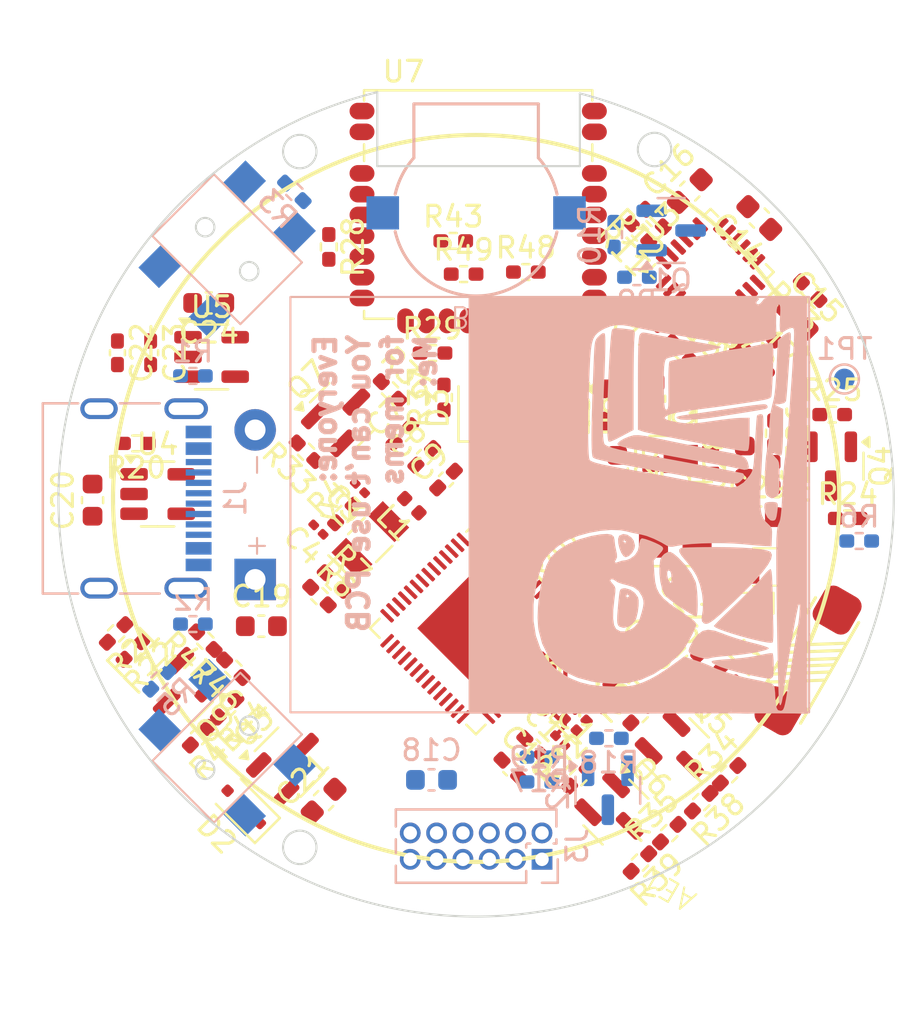
<source format=kicad_pcb>
(kicad_pcb (version 20240108) (generator "pcbnew") (generator_version "8.0")
  (layers (0 "F.Cu" signal) (31 "B.Cu" signal) (34 "B.Paste" user) (35 "F.Paste" user) (36 "B.SilkS" user "B.Silkscreen") (37 "F.SilkS" user "F.Silkscreen") (38 "B.Mask" user) (39 "F.Mask" user) (44 "Edge.Cuts" user))
  (net 0 "")
  (net 1 "GND")
  (net 2 "/Display/TFT_SDI")
  (net 3 "/Display/TFT_SCK")
  (net 4 "/Display/TFT_CS")
  (net 5 "/Display/TFT_LEDK")
  (net 6 "/Display/TFT_D{slash}C")
  (net 7 "/Display/TFT_RST")
  (net 8 "/ESP32/XTAL_P")
  (net 9 "Net-(Q1-G)")
  (net 10 "/Battery&BMS/VBAT")
  (net 11 "VBUS")
  (net 12 "+1V8")
  (net 13 "/RYS8830/RXD")
  (net 14 "/RYS8830/TXD")
  (net 15 "/ESP32/D-")
  (net 16 "+3V3")
  (net 17 "/ESP32/D+")
  (net 18 "+3.3V")
  (net 19 "/ESP32/XTAL_N")
  (net 20 "/ESP32/XTAL_32K_P")
  (net 21 "/ESP32/XTAL_32K_N")
  (net 22 "3V3")
  (net 23 "VDD3P3_RTC")
  (net 24 "Net-(C12-Pad2)")
  (net 25 "Net-(U1-LNA_IN)")
  (net 26 "+VBAT")
  (net 27 "Net-(U7-LDO1_OUT)")
  (net 28 "Net-(U7-LDO2_OUT)")
  (net 29 "Net-(U7-LDO_IN)")
  (net 30 "Net-(D1-DIN)")
  (net 32 "Net-(Q2-G)")
  (net 33 "/Battery&BMS/BAT_SENSE_EN")
  (net 34 "Net-(Q6-D)")
  (net 35 "Net-(J1-CC1)")
  (net 36 "Net-(J1-CC2)")
  (net 37 "/ESP32/IO0")
  (net 38 "/ESP32/IO1")
  (net 39 "/ESP32/USB_D+")
  (net 40 "/ESP32/USB_D-")
  (net 41 "D3")
  (net 42 "Net-(U3-AUX_DA)")
  (net 43 "Net-(U3-AUX_CL)")
  (net 44 "/Display/TFT_LED_PIN")
  (net 45 "/Battery&BMS/CHG_ST")
  (net 46 "Net-(U7-P06{slash}BOOT_REC)")
  (net 47 "Net-(U7-RTC_CLK_IN)")
  (net 48 "/ESP32/U1TXD")
  (net 49 "/ESP32/U1RXD")
  (net 51 "/ESP32/GPS_EN")
  (net 52 "/ESP32/GPS_RST")
  (net 56 "/ESP32/GPS_PSS")
  (net 58 "/ESP32/BUZZER_EN")
  (net 59 "/ESP32/LED1")
  (net 60 "Net-(U3-AD0)")
  (net 63 "/Display/TFT_LEDA")
  (net 64 "Net-(BZ1--)")
  (net 66 "/ESP32/BAT_VSENSE")
  (net 67 "Net-(U3-REGOUT)")
  (net 72 "Net-(U3-FSYNC)")
  (net 75 "Net-(U3-CLKIN)")
  (net 77 "/ACCELEROMETER/MPU_SDA")
  (net 79 "Net-(U3-CPOUT)")
  (net 84 "/ACCELEROMETER/MPU_INT")
  (net 87 "/RYS8830/GNSS_+1.8V")
  (net 88 "/ACCELEROMETER/MPU_SCL")
  (net 94 "/RYS8830/PPS")
  (net 98 "Net-(U1-CHIP_PU)")
  (net 110 "Net-(AE1-FEED)")
  (net 111 "Net-(U4-STAT)")
  (net 112 "Net-(U4-PROG)")
  (net 113 "Net-(Q7-S)")
  (net 114 "Net-(Q9-G)")
  (net 115 "Net-(Q9-D)")
  (net 116 "Net-(Q5-D)")
  (net 118 "Net-(IC1-VFB)")
  (net 119 "Net-(IC1-SW)")
  (net 120 "Net-(IC1-RUN)")
  (net 121 "Net-(U5-CE)")
  (net 122 "Net-(C28-Pad1)")
  (net 123 "Net-(U8-VI)")
  (footprint "Package_DFN_QFN:QFN-56-1EP_7x7mm_P0.4mm_EP4x4mm" (layer "F.Cu") (at 149.990452 111.25 -135)
    (property "Reference" "U1")
    (property "Value" "ESP32-S3")
  )
  (footprint "Capacitor_SMD:C_0603_1608Metric" (layer "F.Cu") (at 163.65 91.5 135)
    (property "Reference" "C14")
    (property "Value" "10nF")
  )
  (footprint "Sensor_Motion:InvenSense_QFN-24_4x4mm_P0.5mm" (layer "F.Cu") (at 161.3 94.1 45)
    (property "Reference" "U3")
    (property "Value" "MPU-6050")
  )
  (footprint "Resistor_SMD:R_0402_1005Metric_Pad0.72x0.64mm_HandSolder" (layer "F.Cu") (at 159.9 97.9 -45)
    (property "Reference" "R15")
    (property "Value" "4.7K")
  )
  (footprint "Resistor_SMD:R_0402_1005Metric_Pad0.72x0.64mm_HandSolder" (layer "F.Cu") (at 163.95 96.95 135)
    (property "Reference" "R42")
    (property "Value" "0")
  )
  (footprint "Capacitor_SMD:C_0402_1005Metric_Pad0.74x0.62mm_HandSolder" (layer "F.Cu") (at 159.25 110.75 -45)
    (property "Reference" "C12")
    (property "Value" "C_Small")
  )
  (footprint "Resistor_SMD:R_0402_1005Metric_Pad0.72x0.64mm_HandSolder" (layer "F.Cu") (at 142.45 109.7 -45)
    (property "Reference" "R8")
    (property "Value" "22")
  )
  (footprint "Diode_SMD:D_SOD-323F" (layer "F.Cu") (at 150 100.65 90)
    (property "Reference" "D3")
    (property "Value" "ZLLS410TA")
  )
  (footprint "Capacitor_SMD:C_0201_0603Metric" (layer "F.Cu") (at 142.4 106.5 135)
    (property "Reference" "C4")
    (property "Value" "C_Small")
  )
  (footprint "Capacitor_SMD:C_0603_1608Metric" (layer "F.Cu") (at 137.1125 95.587501 180)
    (property "Reference" "C24")
    (property "Value" "10uF")
  )
  (footprint "Capacitor_SMD:C_0402_1005Metric_Pad0.74x0.62mm_HandSolder" (layer "F.Cu") (at 147.5 103 45)
    (property "Reference" "C8")
    (property "Value" "1uF")
  )
  (footprint "Resistor_SMD:R_0402_1005Metric_Pad0.72x0.64mm_HandSolder" (layer "F.Cu") (at 158.6 91.5 135)
    (property "Reference" "R12")
    (property "Value" "4.7K")
  )
  (footprint "Package_TO_SOT_SMD:SOT-23" (layer "F.Cu") (at 156.73821 120.099227 -45)
    (property "Reference" "Q6")
    (property "Value" "BSS138")
  )
  (footprint "Resistor_SMD:R_0402_1005Metric_Pad0.72x0.64mm_HandSolder" (layer "F.Cu") (at 151.6 98.4 90)
    (property "Reference" "R30")
    (property "Value" "0")
  )
  (footprint "Package_TO_SOT_SMD:SOT-23" (layer "F.Cu") (at 143.561871 101.011871 45)
    (property "Reference" "Q7")
    (property "Value" "BSS138")
  )
  (footprint "Package_TO_SOT_SMD:SOT-23-5" (layer "F.Cu") (at 137.25 98.187502)
    (property "Reference" "U5")
    (property "Value" "ME6217C33M5G")
  )
  (footprint "Resistor_SMD:R_0402_1005Metric_Pad0.72x0.64mm_HandSolder" (layer "F.Cu") (at 141.801247 102.751247 135)
    (property "Reference" "R33")
    (property "Value" "10K")
  )
  (footprint "Resistor_SMD:R_0402_1005Metric_Pad0.72x0.64mm_HandSolder" (layer "F.Cu") (at 151.6 100.7 90)
    (property "Reference" "R41")
    (property "Value" "0")
  )
  (footprint "Capacitor_SMD:C_0402_1005Metric_Pad0.74x0.62mm_HandSolder" (layer "F.Cu") (at 160.333363 112.914734 45)
    (property "Reference" "C13")
    (property "Value" "C_Small")
  )
  (footprint "Inductor_SMD:L_0402_1005Metric" (layer "F.Cu") (at 146.9 105.35 135)
    (property "Reference" "L1")
    (property "Value" "L_Small")
  )
  (footprint "Crystal:Crystal_SMD_1210-4Pin_1.2x1.0mm" (layer "F.Cu") (at 154.8 115.65 45)
    (property "Reference" "Y1")
    (property "Value" "40MHz")
  )
  (footprint "Resistor_SMD:R_0402_1005Metric_Pad0.72x0.64mm_HandSolder" (layer "F.Cu") (at 158.3 96.2 135)
    (property "Reference" "R14")
    (property "Value" "0")
  )
  (footprint "Capacitor_SMD:C_0603_1608Metric" (layer "F.Cu") (at 153.6 98.2)
    (property "Reference" "C31")
    (property "Value" "4.7uF")
  )
  (footprint "Capacitor_SMD:C_0402_1005Metric_Pad0.74x0.62mm_HandSolder" (layer "F.Cu") (at 151.65 118 -45)
    (property "Reference" "C10")
    (property "Value" "0.1uF")
  )
  (footprint "Capacitor_SMD:C_0201_0603Metric" (layer "F.Cu") (at 144.4 104.5 135)
    (property "Reference" "C3")
    (property "Value" "C_Small")
  )
  (footprint "Capacitor_SMD:C_0603_1608Metric" (layer "F.Cu") (at 158.6 100.2 -90)
    (property "Reference" "C26")
    (property "Value" "4.7uF")
  )
  (footprint "Resistor_SMD:R_0402_1005Metric_Pad0.72x0.64mm_HandSolder" (layer "F.Cu") (at 143.15 109 -45)
    (property "Reference" "R7")
    (property "Value" "22")
  )
  (footprint "Inductor_SMD:L_0402_1005Metric" (layer "F.Cu") (at 162.15 113.5 -45)
    (property "Reference" "L2")
    (property "Value" "L")
  )
  (footprint "Capacitor_SMD:C_0603_1608Metric" (layer "F.Cu") (at 162.95 103.25 90)
    (property "Reference" "C28")
    (property "Value" "220pF")
  )
  (footprint "Capacitor_SMD:C_0402_1005Metric_Pad0.74x0.62mm_HandSolder" (layer "F.Cu") (at 156.1 113.6 -45)
    (property "Reference" "C6")
    (property "Value" "10nF")
  )
  (footprint "Resistor_SMD:R_0402_1005Metric_Pad0.72x0.64mm_HandSolder" (layer "F.Cu") (at 147.9 98)
    (property "Reference" "R29")
    (property "Value" "0")
  )
  (footprint "Capacitor_SMD:C_0603_1608Metric" (layer "F.Cu") (at 154 104.05)
    (property "Reference" "C27")
    (property "Value" "4.7uF")
  )
  (footprint "Resistor_SMD:R_0402_1005Metric_Pad0.72x0.64mm_HandSolder" (layer "F.Cu") (at 132.65 111.5 -135)
    (property "Reference" "R21")
    (property "Value" "220")
  )
  (footprint "Resistor_SMD:R_0402_1005Metric_Pad0.72x0.64mm_HandSolder" (layer "F.Cu") (at 157.9 92.2 135)
    (property "Reference" "R11")
    (property "Value" "4.7K")
  )
  (footprint "Package_TO_SOT_SMD:SOT-23" (layer "F.Cu") (at 159.65 117.15 -45)
    (property "Reference" "Q5")
    (property "Value" "BSS138")
  )
  (footprint "Resistor_SMD:R_0402_1005Metric_Pad0.72x0.64mm_HandSolder" (layer "F.Cu") (at 154.926249 118.428687 45)
    (property "Reference" "R32")
    (property "Value" "10K")
  )
  (footprint "Package_TO_SOT_SMD:SOT-23" (layer "F.Cu") (at 135.75 114.15 -135)
    (property "Reference" "Q9")
    (property "Value" "DMG6968U")
  )
  (footprint "Capacitor_SMD:C_0603_1608Metric" (layer "F.Cu") (at 156.8 103.7 -90)
    (property "Reference" "C25")
    (property "Value" "4.7uF")
  )
  (footprint "Package_TO_SOT_SMD:SOT-23-3" (layer "F.Cu") (at 153.849999 101.0375 -90)
    (property "Reference" "U8")
    (property "Value" "S-1206B18-M3T1G")
  )
  (footprint "Project:RYS8830" (layer "F.Cu") (at 150 92.35)
    (property "Reference" "U7")
    (property "Value" "RYS8830")
  )
  (footprint "Resistor_SMD:R_0402_1005Metric_Pad0.72x0.64mm_HandSolder" (layer "F.Cu") (at 160.852083 119.624875 -135)
    (property "Reference" "R38")
    (property "Value" "0")
  )
  (footprint "Resistor_SMD:R_0402_1005Metric_Pad0.72x0.64mm_HandSolder" (layer "F.Cu") (at 138.3 113.2 135)
    (property "Reference" "R46")
    (property "Value" "100")
  )
  (footprint "Package_TO_SOT_SMD:SOT-23-5" (layer "F.Cu") (at 134.65 104.7875)
    (property "Reference" "U4")
    (property "Value" "MCP73832-2-OT")
  )
  (footprint "Resistor_SMD:R_0402_1005Metric_Pad0.72x0.64mm_HandSolder" (layer "F.Cu") (at 143.65 105.75 45)
    (property "Reference" "R4")
    (property "Value" "5M")
  )
  (footprint "Capacitor_SMD:C_0402_1005Metric_Pad0.74x0.62mm_HandSolder" (layer "F.Cu") (at 134.3125 97.987502 -90)
    (property "Reference" "C23")
    (property "Value" "0.1uF")
  )
  (footprint "Resistor_SMD:R_0402_1005Metric_Pad0.72x0.64mm_HandSolder" (layer "F.Cu") (at 161.9 99.1 -45)
    (property "Reference" "R16")
    (property "Value" "4.7K")
  )
  (footprint "Resistor_SMD:R_0402_1005Metric_Pad0.72x0.64mm_HandSolder" (layer "F.Cu") (at 153.75 114.65 45)
    (property "Reference" "R23")
    (property "Value" "5M")
  )
  (footprint "Capacitor_SMD:C_0201_0603Metric" (layer "F.Cu") (at 154.05 116.65 -45)
    (property "Reference" "C1")
    (property "Value" "14pF")
  )
  (footprint "Resistor_SMD:R_0402_1005Metric_Pad0.72x0.64mm_HandSolder" (layer "F.Cu") (at 136.95 111.85 135)
    (property "Reference" "R47")
    (property "Value" "10K")
  )
  (footprint "Project:XL-0807RGBC-WS2812B" (layer "F.Cu") (at 164.1 108.3 180)
    (property "Reference" "D1")
    (property "Value" "WS2812B")
  )
  (footprint "Resistor_SMD:R_0402_1005Metric_Pad0.72x0.64mm_HandSolder" (layer "F.Cu") (at 159.310311 121.115695 45)
    (property "Reference" "R35")
    (property "Value" "K10K")
  )
  (footprint "Inductor_SMD:L_Cenker_CKCS3012" (layer "F.Cu") (at 159.6 106.5)
    (property "Reference" "L3")
    (property "Value" "L")
  )
  (footprint "Resistor_SMD:R_0402_1005Metric_Pad0.72x0.64mm_HandSolder" (layer "F.Cu") (at 162.195584 118.281371 45)
    (property "Reference" "R34")
    (property "Value" "K10K")
  )
  (footprint "Capacitor_SMD:C_0402_1005Metric_Pad0.74x0.62mm_HandSolder" (layer "F.Cu") (at 132.7125 97.987499 -90)
    (property "Reference" "C22")
    (property "Value" "10uF")
  )
  (footprint "Resistor_SMD:R_0402_1005Metric_Pad0.72x0.64mm_HandSolder" (layer "F.Cu") (at 167.1625 100.962499)
    (property "Reference" "R25")
    (property "Value" "10K")
  )
  (footprint "Resistor_SMD:R_0402_1005Metric_Pad0.72x0.64mm_HandSolder" (layer "F.Cu") (at 149.3975 94.2)
    (property "Reference" "R49")
    (property "Value" "0")
  )
  (footprint "Resistor_SMD:R_0402_1005Metric_Pad0.72x0.64mm_HandSolder" (layer "F.Cu") (at 148.8975 92.6)
    (property "Reference" "R43")
    (property "Value" "0")
  )
  (footprint "Capacitor_SMD:C_0603_1608Metric" (layer "F.Cu") (at 163.6 105.9)
    (property "Reference" "C29")
    (property "Value" "4.7uF")
  )
  (footprint "Project:ANT" (layer "F.Cu") (at 166 112.8 150)
    (property "Reference" "AE1")
    (property "Value" "Antenna_Chip")
  )
  (footprint "Capacitor_SMD:C_0603_1608Metric" (layer "F.Cu") (at 165.4 96.3 -45)
    (property "Reference" "C15")
    (property "Value" "0.1uF")
  )
  (footprint "Diode_SMD:D_SOD-323F" (layer "F.Cu") (at 138.8 119.85 135)
    (property "Reference" "D2")
    (property "Value" "ZLLS410TA")
  )
  (footprint "Resistor_SMD:R_0402_1005Metric_Pad0.72x0.64mm_HandSolder" (layer "F.Cu") (at 167.9125 105.9625)
    (property "Reference" "R24")
    (property "Value" "K10K")
  )
  (footprint "Capacitor_SMD:C_0402_1005Metric_Pad0.74x0.62mm_HandSolder" (layer "F.Cu") (at 152.75 116.95 -45)
    (property "Reference" "C11")
    (property "Value" "0.1uF")
  )
  (footprint "Capacitor_SMD:C_0603_1608Metric" (layer "F.Cu") (at 139.65 111.15)
    (property "Reference" "C19")
    (property "Value" "1uF")
  )
  (footprint "Capacitor_SMD:C_0603_1608Metric" (layer "F.Cu") (at 156.4 100.5 90)
    (property "Reference" "C30")
    (property "Value" "4.7uF")
  )
  (footprint "Package_DFN_QFN:DFN-6-1EP_3x2mm_P0.5mm_EP1.65x1.35mm" (layer "F.Cu") (at 159.8625 103.1)
    (property "Reference" "IC1")
    (property "Value" "LTC3549EDCB#TRMPBF")
  )
  (footprint "Resistor_SMD:R_0402_1005Metric_Pad0.72x0.64mm_HandSolder" (layer "F.Cu") (at 133.456102 112.320244 -135)
    (property "Reference" "R22")
    (property "Value" "220")
  )
  (footprint "Resistor_SMD:R_0402_1005Metric_Pad0.72x0.64mm_HandSolder" (layer "F.Cu") (at 142.9 92.890001 -90)
    (property "Reference" "R28")
    (property "Value" "0")
  )
  (footprint "Capacitor_SMD:C_0402_1005Metric_Pad0.74x0.62mm_HandSolder" (layer "F.Cu") (at 148.55 104.090452 45)
    (property "Reference" "C9")
    (property "Value" "0.1uF")
  )
  (footprint "Package_TO_SOT_SMD:SOT-23" (layer "F.Cu") (at 167.1125 103.45 -90)
    (property "Reference" "Q4")
    (property "Value" "BSS138")
  )
  (footprint "Capacitor_SMD:C_0603_1608Metric" (layer "F.Cu") (at 163.3 98.4 -45)
    (property "Reference" "C17")
    (property "Value" "0.1uF")
  )
  (footprint "Resistor_SMD:R_0402_1005Metric_Pad0.72x0.64mm_HandSolder" (layer "F.Cu") (at 166.1 95 135)
    (property "Reference" "R13")
    (property "Value" "0")
  )
  (footprint "Capacitor_SMD:C_0603_1608Metric" (layer "F.Cu") (at 131.5125 105.082333 90)
    (property "Reference" "C20")
    (property "Value" "4.7uF")
  )
  (footprint "Resistor_SMD:R_0402_1005Metric_Pad0.72x0.64mm_HandSolder" (layer "F.Cu") (at 152.3975 94.1)
    (property "Reference" "R48")
    (property "Value" "0")
  )
  (footprint "Resistor_SMD:R_0402_1005Metric_Pad0.72x0.64mm_HandSolder" (layer "F.Cu") (at 157.896098 122.529907 -135)
    (property "Reference" "R39")
    (property "Value" "0")
  )
  (footprint "Resistor_SMD:R_0402_1005Metric_Pad0.72x0.64mm_HandSolder" (layer "F.Cu") (at 148.45 100.140001 90)
    (property "Reference" "R37")
    (property "Value" "10K")
  )
  (footprint "Capacitor_SMD:C_0402_1005Metric_Pad0.74x0.62mm_HandSolder" (layer "F.Cu") (at 157.15 112.5 -45)
    (property "Reference" "C5")
    (property "Value" "1uF")
  )
  (footprint "Resistor_SMD:R_0402_1005Metric_Pad0.72x0.64mm_HandSolder" (layer "F.Cu") (at 154.55 108.6 45)
    (property "Reference" "R40")
    (property "Value" "1K")
  )
  (footprint "Resistor_SMD:R_0402_1005Metric_Pad0.72x0.64mm_HandSolder" (layer "F.Cu") (at 136.65 116.45 -135)
    (property "Reference" "R45")
    (property "Value" "10K")
  )
  (footprint "Resistor_SMD:R_0402_1005Metric_Pad0.72x0.64mm_HandSolder" (layer "F.Cu") (at 145.85 99.8 -45)
    (property "Reference" "R36")
    (property "Value" "K10K")
  )
  (footprint "Resistor_SMD:R_0402_1005Metric_Pad0.72x0.64mm_HandSolder" (layer "F.Cu") (at 157.882233 115.382233 45)
    (property "Reference" "R31")
    (property "Value" "10K")
  )
  (footprint "Resistor_SMD:R_0402_1005Metric_Pad0.72x0.64mm_HandSolder" (layer "F.Cu") (at 164.35 103.859999 -90)
    (property "Reference" "R27")
    (property "Value" "51K")
  )
  (footprint "Package_TO_SOT_SMD:SOT-23-3" (layer "F.Cu") (at 141 117.7 45)
    (property "Reference" "Q3")
    (property "Value" "DMP1045U-7")
  )
  (footprint "Resistor_SMD:R_0402_1005Metric_Pad0.72x0.64mm_HandSolder" (layer "F.Cu") (at 164.35 101.86 -90)
    (property "Reference" "R26")
    (property "Value" "100K")
  )
  (footprint "Resistor_SMD:R_0402_1005Metric_Pad0.72x0.64mm_HandSolder" (layer "F.Cu") (at 138 115.1 -135)
    (property "Reference" "R44")
    (property "Value" "10K")
  )
  (footprint "Capacitor_SMD:C_0603_1608Metric" (layer "F.Cu") (at 160.3 90.2 45)
    (property "Reference" "C16")
    (property "Value" "2.2nF")
  )
  (footprint "Resistor_SMD:R_0402_1005Metric_Pad0.72x0.64mm_HandSolder" (layer "F.Cu") (at 133.6 102.35 180)
    (property "Reference" "R20")
    (property "Value" "22K")
  )
  (footprint "Capacitor_SMD:C_0402_1005Metric_Pad0.74x0.62mm_HandSolder" (layer "F.Cu") (at 146.45 101.9 45)
    (property "Reference" "C7")
    (property "Value" "10uF")
  )
  (footprint "Crystal:Crystal_SMD_EuroQuartz_EQ161-2Pin_3.2x1.5mm" (layer "F.Cu") (at 144.9 107 45)
    (property "Reference" "Y2")
    (property "Value" "32.768KHz")
  )
  (footprint "Capacitor_SMD:C_0201_0603Metric" (layer "F.Cu") (at 155.8 114.9 -45)
    (property "Reference" "C2")
    (property "Value" "14pF")
  )
  (footprint "Capacitor_SMD:C_0603_1608Metric" (layer "F.Cu") (at 142.65 119.55 45)
    (property "Reference" "C21")
    (property "Value" "4.7uF")
  )
  (footprint "Resistor_SMD:R_0402_1005Metric_Pad0.72x0.64mm_HandSolder" (layer "B.Cu") (at 157.75 94.35)
    (property "Reference" "R9")
    (property "Value" "100")
  )
  (footprint "Package_TO_SOT_SMD:SOT-23" (layer "B.Cu") (at 156.35 119.05 -90)
    (property "Reference" "Q2")
    (property "Value" "DMG6968U")
  )
  (footprint "Resistor_SMD:R_0402_1005Metric_Pad0.72x0.64mm_HandSolder" (layer "B.Cu") (at 153.05 117.45)
    (property "Reference" "R17")
    (property "Value" "10K")
  )
  (footprint "Resistor_SMD:R_0402_1005Metric_Pad0.72x0.64mm_HandSolder" (layer "B.Cu") (at 136.35 111.05 180)
    (property "Reference" "R2")
    (property "Value" "5K1")
  )
  (footprint "Resistor_SMD:R_0402_1005Metric_Pad0.72x0.64mm_HandSolder" (layer "B.Cu") (at 141.239376 90.239376 -45)
    (property "Reference" "R3")
    (property "Value" "10K")
  )
  (footprint "Resistor_SMD:R_0402_1005Metric_Pad0.72x0.64mm_HandSolder" (layer "B.Cu") (at 168.464645 107.05 180)
    (property "Reference" "R6")
    (property "Value" "1K")
  )
  (footprint "Project:CL9032A-CLDZ-SMD Passive Buzzer" (layer "B.Cu") (at 150 91.25)
    (property "Reference" "BZ1")
    (property "Value" "Buzzer")
  )
  (footprint "Connector_USB:USB_C_Receptacle_G-Switch_GT-USB-7010ASV" (layer "B.Cu") (at 132.9 105 90)
    (property "Reference" "J1")
    (property "Value" "USB_C_Receptacle_USB2.0")
  )
  (footprint "TestPoint:TestPoint_Pad_D1.0mm" (layer "B.Cu") (at 167.75 99.25 180)
    (property "Reference" "TP1")
    (property "Value" "TestPoint")
  )
  (footprint "Resistor_SMD:R_0402_1005Metric_Pad0.72x0.64mm_HandSolder" (layer "B.Cu") (at 153.05 118.65 180)
    (property "Reference" "R19")
    (property "Value" "22")
  )
  (footprint "Capacitor_SMD:C_0603_1608Metric" (layer "B.Cu") (at 147.85 118.55 180)
    (property "Reference" "C18")
    (property "Value" "0.1u")
  )
  (footprint "Package_TO_SOT_SMD:SOT-23" (layer "B.Cu") (at 159.4 92.1)
    (property "Reference" "Q1")
    (property "Value" "DMG6968U")
  )
  (footprint "Resistor_SMD:R_0402_1005Metric_Pad0.72x0.64mm_HandSolder" (layer "B.Cu") (at 136.35 99.1 180)
    (property "Reference" "R1")
    (property "Value" "5K1")
  )
  (footprint "Project:meme_2" (layer "B.Cu") (at 157.8 105.3 -90)
    (property "Reference" "meme_2" (hide yes))
    (property "Value" "LOGO" (hide yes))
  )
  (footprint "Project:Tact Switch-TK-074-4 Pin SMD" (layer "B.Cu") (at 138 93 -45)
    (property "Reference" "SW1" (hide yes))
    (property "Value" "TK-074-4")
    (fp_circle (center -1.5 0) (end -1.052786 0) (stroke (width 0.1)) (fill none) (layer "Edge.Cuts"))
    (fp_circle (center 1.5 0) (end 1.947214 0) (stroke (width 0.1)) (fill none) (layer "Edge.Cuts"))
  )
  (footprint "Resistor_SMD:R_0402_1005Metric_Pad0.72x0.64mm_HandSolder" (layer "B.Cu") (at 156.65 92.3 -90)
    (property "Reference" "R10")
    (property "Value" "47K")
  )
  (footprint "Resistor_SMD:R_0402_1005Metric_Pad0.72x0.64mm_HandSolder" (layer "B.Cu") (at 134.739376 113.760624 45)
    (property "Reference" "R5")
    (property "Value" "10K")
  )
  (footprint "Connector_PinHeader_1.27mm:PinHeader_2x06_P1.27mm_Vertical" (layer "B.Cu") (at 153.175 122.375 90)
    (property "Reference" "J3")
    (property "Value" "Conn_02x06_Odd_Even")
  )
  (footprint "Project:Tact Switch-TK-074-4 Pin SMD" (layer "B.Cu") (at 138 117 45)
    (property "Reference" "SW2" (hide yes))
    (property "Value" "TK-074-4")
    (fp_circle (center -1.5 0) (end -1.052786 0) (stroke (width 0.1)) (fill none) (layer "Edge.Cuts"))
    (fp_circle (center 1.5 0) (end 1.947214 0) (stroke (width 0.1)) (fill none) (layer "Edge.Cuts"))
  )
  (footprint "Resistor_SMD:R_0402_1005Metric_Pad0.72x0.64mm_HandSolder" (layer "B.Cu") (at 156.4 116.55)
    (property "Reference" "R18")
    (property "Value" "1M")
  )
  (footprint "Project:WLY902025" (layer "B.Cu") (at 141.15 105.1 -90)
    (property "Reference" "BT1")
    (property "Value" "Battery_Cell")
  )
  (gr_circle (center 150 105) (end 167.5 105) (stroke (width 0.2)) (fill none) (layer "F.SilkS"))
  (gr_line (start 145.23565 89) (end 155 89) (stroke (width 0.1)) (layer "Edge.Cuts"))
  (gr_line (start 155 89) (end 155 85.5) (stroke (width 0.1)) (layer "Edge.Cuts"))
  (gr_circle (center 158.6 88.2) (end 159.4 88.3) (stroke (width 0.1)) (fill none) (layer "Edge.Cuts"))
  (gr_line (start 145.23565 85.44109) (end 145.23565 89) (stroke (width 0.1)) (layer "Edge.Cuts"))
  (gr_circle (center 141.5 88.3) (end 142.3 88.4) (stroke (width 0.1)) (fill none) (layer "Edge.Cuts"))
  (gr_arc (start 155 85.5) (mid 149.878549 125.130456) (end 145.23565 85.44109) (stroke (width 0.1)) (layer "Edge.Cuts"))
  (gr_circle (center 141.5 121.8) (end 142.3 121.9) (stroke (width 0.1)) (fill none) (layer "Edge.Cuts"))
  (gr_text "Everyone: \nYou can't use PCB \nfor mems\nMe:" (at 148.15 97 90) (layer "B.SilkS") (effects (font (size 1 1) (thickness 0.25) (bold yes)) (justify left bottom mirror)))
  (segment (start 154.301543 114.098457) (end 154.110624 114.289376) (width 0.2) (layer "F.Cu") (net 8))
  (segment (start 155.124247 115.123205) (end 155.573726 114.673726) (width 0.2) (layer "F.Cu") (net 8))
  (segment (start 154.746967 114.925719) (end 154.110624 114.289376) (width 0.2) (layer "F.Cu") (net 8))
  (segment (start 154.746967 115.123205) (end 155.124247 115.123205) (width 0.2) (layer "F.Cu") (net 8))
  (segment (start 154.746967 115.123205) (end 154.746967 114.925719) (width 0.2) (layer "F.Cu") (net 8))
  (segment (start 153.702763 112.416726) (end 154.301543 113.015506) (width 0.2) (layer "F.Cu") (net 8))
  (segment (start 154.301543 113.015506) (end 154.301543 114.098457) (width 0.2) (layer "F.Cu") (net 8))
  (segment (start 154.273205 115.596967) (end 154.273205 115.974247) (width 0.2) (layer "F.Cu") (net 19))
  (segment (start 154.273205 115.974247) (end 153.823726 116.423726) (width 0.2) (layer "F.Cu") (net 19))
  (segment (start 153.770899 113.752287) (end 153.389376 114.13381) (width 0.2) (layer "F.Cu") (net 19))
  (segment (start 153.975719 115.596967) (end 153.389376 115.010624) (width 0.2) (layer "F.Cu") (net 19))
  (segment (start 153.389376 114.13381) (end 153.389376 115.010624) (width 0.2) (layer "F.Cu") (net 19))
  (segment (start 153.41992 112.699569) (end 153.770899 113.050548) (width 0.2) (layer "F.Cu") (net 19))
  (segment (start 154.273205 115.596967) (end 153.975719 115.596967) (width 0.2) (layer "F.Cu") (net 19))
  (segment (start 153.770899 113.050548) (end 153.770899 113.752287) (width 0.2) (layer "F.Cu") (net 19))
)
</source>
